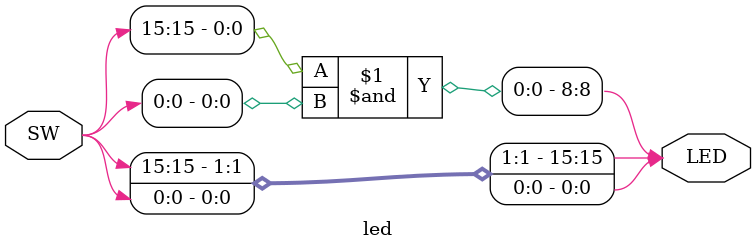
<source format=sv>
`timescale 1ns / 1ps


module led(
    input logic [15:0] SW,
    output logic[15:0] LED);
    assign LED[15] = SW[15];
    assign LED[0] = SW[0];
    assign LED[8] = SW[15] & SW[0];
endmodule

</source>
